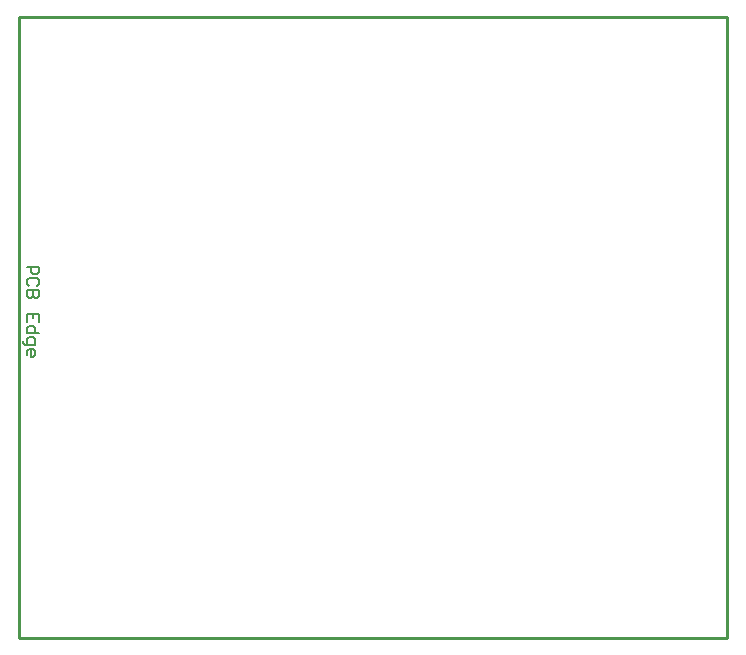
<source format=gm1>
G04*
G04 #@! TF.GenerationSoftware,Altium Limited,Altium Designer,19.0.14 (431)*
G04*
G04 Layer_Color=16711935*
%FSLAX43Y43*%
%MOMM*%
G71*
G01*
G75*
%ADD11C,0.100*%
%ADD13C,0.200*%
%ADD16C,0.254*%
D11*
X-53Y12229D02*
Y24229D01*
Y12229D02*
Y24229D01*
D13*
X635Y31437D02*
X1635D01*
Y30937D01*
X1468Y30771D01*
X1135D01*
X968Y30937D01*
Y31437D01*
X1468Y29771D02*
X1635Y29938D01*
Y30271D01*
X1468Y30437D01*
X802D01*
X635Y30271D01*
Y29938D01*
X802Y29771D01*
X1635Y29438D02*
X635D01*
Y28938D01*
X802Y28771D01*
X968D01*
X1135Y28938D01*
Y29438D01*
Y28938D01*
X1301Y28771D01*
X1468D01*
X1635Y28938D01*
Y29438D01*
Y26772D02*
Y27438D01*
X635D01*
Y26772D01*
X1135Y27438D02*
Y27105D01*
X1635Y25772D02*
X635D01*
Y26272D01*
X802Y26439D01*
X1135D01*
X1301Y26272D01*
Y25772D01*
X302Y25106D02*
Y24939D01*
X468Y24773D01*
X1301D01*
Y25272D01*
X1135Y25439D01*
X802D01*
X635Y25272D01*
Y24773D01*
Y23940D02*
Y24273D01*
X802Y24439D01*
X1135D01*
X1301Y24273D01*
Y23940D01*
X1135Y23773D01*
X968D01*
Y24439D01*
X635Y31437D02*
X1635D01*
Y30937D01*
X1468Y30771D01*
X1135D01*
X968Y30937D01*
Y31437D01*
X1468Y29771D02*
X1635Y29938D01*
Y30271D01*
X1468Y30437D01*
X802D01*
X635Y30271D01*
Y29938D01*
X802Y29771D01*
X1635Y29438D02*
X635D01*
Y28938D01*
X802Y28771D01*
X968D01*
X1135Y28938D01*
Y29438D01*
Y28938D01*
X1301Y28771D01*
X1468D01*
X1635Y28938D01*
Y29438D01*
Y26772D02*
Y27438D01*
X635D01*
Y26772D01*
X1135Y27438D02*
Y27105D01*
X1635Y25772D02*
X635D01*
Y26272D01*
X802Y26439D01*
X1135D01*
X1301Y26272D01*
Y25772D01*
X302Y25106D02*
Y24939D01*
X468Y24773D01*
X1301D01*
Y25272D01*
X1135Y25439D01*
X802D01*
X635Y25272D01*
Y24773D01*
Y23940D02*
Y24273D01*
X802Y24439D01*
X1135D01*
X1301Y24273D01*
Y23940D01*
X1135Y23773D01*
X968D01*
Y24439D01*
D16*
X0Y0D02*
Y52578D01*
Y0D02*
X59944D01*
Y52578D01*
X0D02*
X59944D01*
X0Y0D02*
Y52578D01*
Y0D02*
X59944D01*
Y52578D01*
X0D02*
X59944D01*
M02*

</source>
